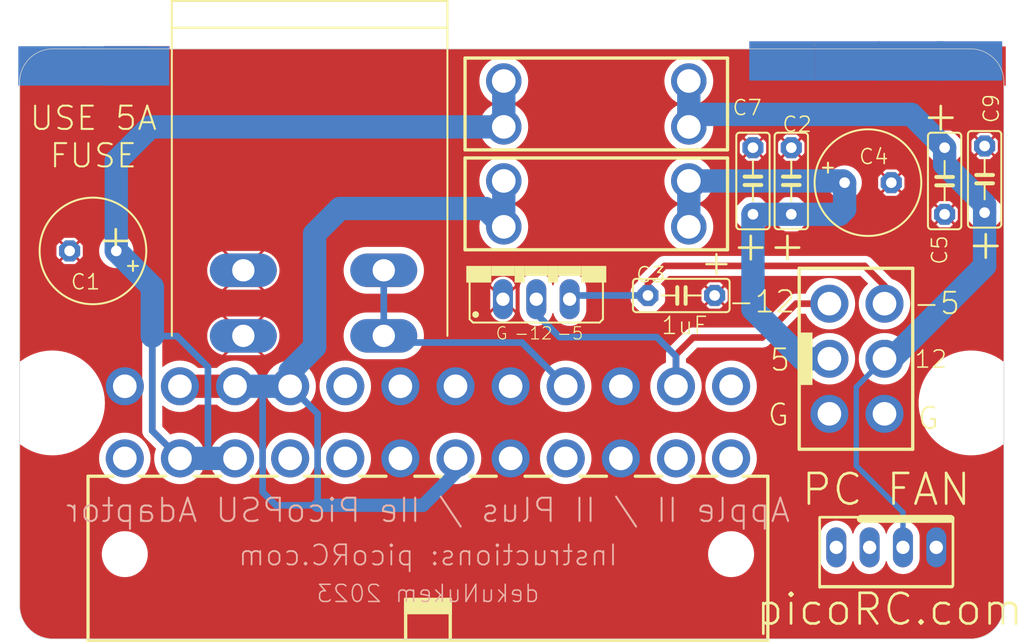
<source format=kicad_pcb>
(kicad_pcb (version 20221018) (generator pcbnew)
  (layers (0 "F.Cu" signal) (31 "B.Cu" signal) (34 "B.Paste" user) (35 "F.Paste" user) (36 "B.SilkS" user "B.Silkscreen") (37 "F.SilkS" user "F.Silkscreen") (38 "B.Mask" user) (39 "F.Mask" user) (44 "Edge.Cuts" user))
  (net 0 "")
  (net 1 "GND")
  (net 2 "+5V")
  (net 3 "-12V")
  (net 4 "N$6")
  (net 5 "N$8")
  (net 6 "+12V")
  (net 7 "N$5")
  (net 8 "-5V")
  (footprint "appleii:EDGEPAD" (layer "F.Cu") (at 173.9931 83.8156 90)
    (fp_text reference "U$11" hide)
    (fp_text value "EDGEPAD" hide)
    (pad "P$1" smd rect (at 0 0 90) (size 3 5) (layers "F.Cu" "F.Mask") (net 1 "GND"))
  )
  (footprint "appleii:ATX24_RIGHT_ANGLE" (layer "F.Cu") (at 142.1161 118.4946)
    (fp_text reference "J1" hide)
    (fp_text value "ATX24RH" hide)
    (fp_line (start -25.9 -3.4) (end -25.9 9.14) (stroke (width 0.254)) (layer "F.SilkS"))
    (fp_line (start -25.9 -3.4) (end -24 -3.4) (stroke (width 0.254)) (layer "F.SilkS"))
    (fp_line (start -25.9 9.14) (end 25.9 9.14) (stroke (width 0.254)) (layer "F.SilkS"))
    (fp_line (start -20 -3.4) (end -22 -3.4) (stroke (width 0.254)) (layer "F.SilkS"))
    (fp_line (start -15.8 -3.4) (end -17.8 -3.4) (stroke (width 0.254)) (layer "F.SilkS"))
    (fp_line (start -11.5 -3.4) (end -13.5 -3.4) (stroke (width 0.254)) (layer "F.SilkS"))
    (fp_line (start -7.4 -3.4) (end -9.4 -3.4) (stroke (width 0.254)) (layer "F.SilkS"))
    (fp_line (start -3.2 -3.4) (end -5.2 -3.4) (stroke (width 0.254)) (layer "F.SilkS"))
    (fp_line (start -1.7 6) (end 1.7 6) (stroke (width 0.254)) (layer "F.SilkS"))
    (fp_line (start -1.7 9) (end -1.7 6) (stroke (width 0.254)) (layer "F.SilkS"))
    (fp_line (start 1 -3.4) (end -1 -3.4) (stroke (width 0.254)) (layer "F.SilkS"))
    (fp_line (start 1.7 6) (end 1.7 9) (stroke (width 0.254)) (layer "F.SilkS"))
    (fp_line (start 5.2 -3.4) (end 3.2 -3.4) (stroke (width 0.254)) (layer "F.SilkS"))
    (fp_line (start 9.4 -3.4) (end 7.4 -3.4) (stroke (width 0.254)) (layer "F.SilkS"))
    (fp_line (start 13.6 -3.4) (end 11.6 -3.4) (stroke (width 0.254)) (layer "F.SilkS"))
    (fp_line (start 17.8 -3.4) (end 15.8 -3.4) (stroke (width 0.254)) (layer "F.SilkS"))
    (fp_line (start 22 -3.4) (end 20 -3.4) (stroke (width 0.254)) (layer "F.SilkS"))
    (fp_line (start 25.9 -3.4) (end 24 -3.4) (stroke (width 0.254)) (layer "F.SilkS"))
    (fp_line (start 25.9 9.14) (end 25.9 -3.4) (stroke (width 0.254)) (layer "F.SilkS"))
    (fp_poly (pts (xy 1.827 7.127) (xy -1.827 7.127) (xy -1.827 5.873) (xy 1.827 5.873)) (fill solid) (layer "F.SilkS"))
    (pad "" np_thru_hole circle (at -23.1 2.54) (size 3 3) (drill 3) (layers "*.Cu" "*.Mask"))
    (pad "" np_thru_hole circle (at 23.1 2.54) (size 3 3) (drill 3) (layers "*.Cu" "*.Mask"))
    (pad "1" thru_hole circle (at 23.1 -4.76 180) (size 2.9 2.9) (drill 1.8) (layers "*.Cu" "*.Mask"))
    (pad "2" thru_hole circle (at 18.9 -4.76 180) (size 2.9 2.9) (drill 1.8) (layers "*.Cu" "*.Mask"))
    (pad "3" thru_hole circle (at 14.7 -4.76 180) (size 2.9 2.9) (drill 1.8) (layers "*.Cu" "*.Mask") (net 1 "GND"))
    (pad "4" thru_hole circle (at 10.5 -4.76 180) (size 2.9 2.9) (drill 1.8) (layers "*.Cu" "*.Mask"))
    (pad "5" thru_hole circle (at 6.3 -4.76 180) (size 2.9 2.9) (drill 1.8) (layers "*.Cu" "*.Mask") (net 1 "GND"))
    (pad "6" thru_hole circle (at 2.1 -4.76 180) (size 2.9 2.9) (drill 1.8) (layers "*.Cu" "*.Mask") (net 4 "N$6"))
    (pad "7" thru_hole circle (at -2.1 -4.76 180) (size 2.9 2.9) (drill 1.8) (layers "*.Cu" "*.Mask") (net 1 "GND"))
    (pad "8" thru_hole circle (at -6.3 -4.76 180) (size 2.9 2.9) (drill 1.8) (layers "*.Cu" "*.Mask"))
    (pad "9" thru_hole circle (at -10.5 -4.76 180) (size 2.9 2.9) (drill 1.8) (layers "*.Cu" "*.Mask"))
    (pad "10" thru_hole circle (at -14.7 -4.76 180) (size 2.9 2.9) (drill 1.8) (layers "*.Cu" "*.Mask") (net 5 "N$8"))
    (pad "11" thru_hole circle (at -18.9 -4.76 180) (size 2.9 2.9) (drill 1.8) (layers "*.Cu" "*.Mask") (net 5 "N$8"))
    (pad "12" thru_hole circle (at -23.1 -4.76 180) (size 2.9 2.9) (drill 1.8) (layers "*.Cu" "*.Mask"))
    (pad "13" thru_hole circle (at 23.1 -10.26 180) (size 2.9 2.9) (drill 1.8) (layers "*.Cu" "*.Mask"))
    (pad "14" thru_hole circle (at 18.9 -10.26 180) (size 2.9 2.9) (drill 1.8) (layers "*.Cu" "*.Mask") (net 3 "-12V"))
    (pad "15" thru_hole circle (at 14.7 -10.26 180) (size 2.9 2.9) (drill 1.8) (layers "*.Cu" "*.Mask") (net 1 "GND"))
    (pad "16" thru_hole circle (at 10.5 -10.26 180) (size 2.9 2.9) (drill 1.8) (layers "*.Cu" "*.Mask") (net 7 "N$5"))
    (pad "17" thru_hole circle (at 6.3 -10.26 180) (size 2.9 2.9) (drill 1.8) (layers "*.Cu" "*.Mask") (net 1 "GND"))
    (pad "18" thru_hole circle (at 2.1 -10.26 180) (size 2.9 2.9) (drill 1.8) (layers "*.Cu" "*.Mask") (net 1 "GND"))
    (pad "19" thru_hole circle (at -2.1 -10.26 180) (size 2.9 2.9) (drill 1.8) (layers "*.Cu" "*.Mask") (net 1 "GND"))
    (pad "20" thru_hole circle (at -6.3 -10.26 180) (size 2.9 2.9) (drill 1.8) (layers "*.Cu" "*.Mask"))
    (pad "21" thru_hole circle (at -10.5 -10.26 180) (size 2.9 2.9) (drill 1.8) (layers "*.Cu" "*.Mask") (net 4 "N$6"))
    (pad "22" thru_hole circle (at -14.7 -10.26 180) (size 2.9 2.9) (drill 1.8) (layers "*.Cu" "*.Mask") (net 4 "N$6"))
    (pad "23" thru_hole circle (at -18.9 -10.26 180) (size 2.9 2.9) (drill 1.8) (layers "*.Cu" "*.Mask") (net 4 "N$6"))
    (pad "24" thru_hole circle (at -23.1 -10.26 180) (size 2.9 2.9) (drill 1.8) (layers "*.Cu" "*.Mask") (net 1 "GND"))
  )
  (footprint "appleii:EDGEPAD" (layer "F.Cu") (at 183.6451 83.8156 90)
    (fp_text reference "U$13" hide)
    (fp_text value "EDGEPAD" hide)
    (pad "P$1" smd rect (at 0 0 90) (size 3 5) (layers "F.Cu" "F.Mask") (net 1 "GND"))
  )
  (footprint "appleii:C5B2.5" (layer "F.Cu") (at 184.5341 92.4516 90)
    (fp_text reference "C9" (at 4.191 0.508 90) (layer "F.SilkS") (effects (font (size 1.1557 1.1557) (thickness 0.1143)) (justify left)))
    (fp_text value "")
    (fp_line (start -3.683 -1.016) (end -3.683 1.016) (stroke (width 0.1524)) (layer "F.SilkS"))
    (fp_line (start -3.429 1.27) (end 3.429 1.27) (stroke (width 0.1524)) (layer "F.SilkS"))
    (fp_line (start -0.3048 -0.635) (end -0.3048 0) (stroke (width 0.3048)) (layer "F.SilkS"))
    (fp_line (start -0.3048 0) (end -1.524 0) (stroke (width 0.1524)) (layer "F.SilkS"))
    (fp_line (start -0.3048 0) (end -0.3048 0.635) (stroke (width 0.3048)) (layer "F.SilkS"))
    (fp_line (start 0.3302 -0.635) (end 0.3302 0) (stroke (width 0.3048)) (layer "F.SilkS"))
    (fp_line (start 0.3302 0) (end 0.3302 0.635) (stroke (width 0.3048)) (layer "F.SilkS"))
    (fp_line (start 0.3302 0) (end 1.524 0) (stroke (width 0.1524)) (layer "F.SilkS"))
    (fp_line (start 3.429 -1.27) (end -3.429 -1.27) (stroke (width 0.1524)) (layer "F.SilkS"))
    (fp_line (start 3.683 1.016) (end 3.683 -1.016) (stroke (width 0.1524)) (layer "F.SilkS"))
    (fp_arc (start -3.683 -1.016) (mid -3.608605 -1.195605) (end -3.429 -1.27) (stroke (width 0.1524)) (layer "F.SilkS"))
    (fp_arc (start -3.429 1.27) (mid -3.608605 1.195605) (end -3.683 1.016) (stroke (width 0.1524)) (layer "F.SilkS"))
    (fp_arc (start 3.429 -1.27) (mid 3.608605 -1.195605) (end 3.683 -1.016) (stroke (width 0.1524)) (layer "F.SilkS"))
    (fp_arc (start 3.683 1.016) (mid 3.608605 1.195605) (end 3.429 1.27) (stroke (width 0.1524)) (layer "F.SilkS"))
    (pad "1" thru_hole roundrect (at -2.54 0 90) (size 1.6002 1.6002) (drill 0.8128) (layers "*.Cu" "*.Mask") (chamfer_ratio 0.2928932188) (chamfer top_left top_right bottom_left bottom_right) (net 6 "+12V"))
    (pad "2" thru_hole roundrect (at 2.54 0 90) (size 1.6002 1.6002) (drill 0.8128) (layers "*.Cu" "*.Mask") (chamfer_ratio 0.2928932188) (chamfer top_left top_right bottom_left bottom_right) (net 1 "GND"))
  )
  (footprint "appleii:C5B2.5" (layer "F.Cu") (at 169.8021 92.5786 90)
    (fp_text reference "C2" (at 4.318 -0.762) (layer "F.SilkS") (effects (font (size 1.1557 1.1557) (thickness 0.1143)) (justify left)))
    (fp_text value "")
    (fp_line (start -3.683 -1.016) (end -3.683 1.016) (stroke (width 0.1524)) (layer "F.SilkS"))
    (fp_line (start -3.429 1.27) (end 3.429 1.27) (stroke (width 0.1524)) (layer "F.SilkS"))
    (fp_line (start -0.3048 -0.635) (end -0.3048 0) (stroke (width 0.3048)) (layer "F.SilkS"))
    (fp_line (start -0.3048 0) (end -1.524 0) (stroke (width 0.1524)) (layer "F.SilkS"))
    (fp_line (start -0.3048 0) (end -0.3048 0.635) (stroke (width 0.3048)) (layer "F.SilkS"))
    (fp_line (start 0.3302 -0.635) (end 0.3302 0) (stroke (width 0.3048)) (layer "F.SilkS"))
    (fp_line (start 0.3302 0) (end 0.3302 0.635) (stroke (width 0.3048)) (layer "F.SilkS"))
    (fp_line (start 0.3302 0) (end 1.524 0) (stroke (width 0.1524)) (layer "F.SilkS"))
    (fp_line (start 3.429 -1.27) (end -3.429 -1.27) (stroke (width 0.1524)) (layer "F.SilkS"))
    (fp_line (start 3.683 1.016) (end 3.683 -1.016) (stroke (width 0.1524)) (layer "F.SilkS"))
    (fp_arc (start -3.683 -1.016) (mid -3.608605 -1.195605) (end -3.429 -1.27) (stroke (width 0.1524)) (layer "F.SilkS"))
    (fp_arc (start -3.429 1.27) (mid -3.608605 1.195605) (end -3.683 1.016) (stroke (width 0.1524)) (layer "F.SilkS"))
    (fp_arc (start 3.429 -1.27) (mid 3.608605 -1.195605) (end 3.683 -1.016) (stroke (width 0.1524)) (layer "F.SilkS"))
    (fp_arc (start 3.683 1.016) (mid 3.608605 1.195605) (end 3.429 1.27) (stroke (width 0.1524)) (layer "F.SilkS"))
    (pad "1" thru_hole roundrect (at -2.54 0 90) (size 1.6002 1.6002) (drill 0.8128) (layers "*.Cu" "*.Mask") (chamfer_ratio 0.2928932188) (chamfer top_left top_right bottom_left bottom_right) (net 2 "+5V"))
    (pad "2" thru_hole roundrect (at 2.54 0 90) (size 1.6002 1.6002) (drill 0.8128) (layers "*.Cu" "*.Mask") (chamfer_ratio 0.2928932188) (chamfer top_left top_right bottom_left bottom_right) (net 1 "GND"))
  )
  (footprint "appleii:79XXS" (layer "F.Cu") (at 150.3711 99.0556)
    (fp_text reference "IC1" hide)
    (fp_text value "")
    (fp_line (start -5.08 4.064) (end -5.08 1.143) (stroke (width 0.1524)) (layer "F.SilkS"))
    (fp_line (start -5.08 4.064) (end -4.826 4.318) (stroke (width 0.1524)) (layer "F.SilkS"))
    (fp_line (start 4.826 4.318) (end -4.826 4.318) (stroke (width 0.1524)) (layer "F.SilkS"))
    (fp_line (start 4.826 4.318) (end 5.08 4.064) (stroke (width 0.1524)) (layer "F.SilkS"))
    (fp_line (start 5.08 1.143) (end 5.08 4.064) (stroke (width 0.1524)) (layer "F.SilkS"))
    (fp_circle (center -4.6228 3.7084) (end -4.4958 3.7084) (stroke (width 0.254)) (fill solid) (layer "F.SilkS"))
    (fp_poly (pts (xy -5.334 1.27) (xy -3.429 1.27) (xy -3.429 0) (xy -5.334 0)) (fill solid) (layer "F.SilkS"))
    (fp_poly (pts (xy -3.429 0.762) (xy -1.651 0.762) (xy -1.651 0) (xy -3.429 0)) (fill solid) (layer "F.SilkS"))
    (fp_poly (pts (xy -1.651 1.27) (xy -0.889 1.27) (xy -0.889 0) (xy -1.651 0)) (fill solid) (layer "F.SilkS"))
    (fp_poly (pts (xy -0.889 0.762) (xy 0.889 0.762) (xy 0.889 0) (xy -0.889 0)) (fill solid) (layer "F.SilkS"))
    (fp_poly (pts (xy 0.889 1.27) (xy 1.651 1.27) (xy 1.651 0) (xy 0.889 0)) (fill solid) (layer "F.SilkS"))
    (fp_poly (pts (xy 1.651 0.762) (xy 3.429 0.762) (xy 3.429 0) (xy 1.651 0)) (fill solid) (layer "F.SilkS"))
    (fp_poly (pts (xy 3.429 1.27) (xy 5.334 1.27) (xy 5.334 0) (xy 3.429 0)) (fill solid) (layer "F.SilkS"))
    (pad "GND" thru_hole oval (at -2.54 2.54 90) (size 3.048 1.524) (drill 1.016) (layers "*.Cu" "*.Mask") (net 1 "GND"))
    (pad "IN" thru_hole oval (at 0 2.54 90) (size 3.048 1.524) (drill 1.016) (layers "*.Cu" "*.Mask") (net 3 "-12V"))
    (pad "OUT" thru_hole oval (at 2.54 2.54 90) (size 3.048 1.524) (drill 1.016) (layers "*.Cu" "*.Mask") (net 8 "-5V"))
  )
  (footprint "appleii:FUSE_HOLDER_3IN1" (layer "F.Cu") (at 154.9431 86.7046)
    (fp_text reference "U$2" hide)
    (fp_text value "CAR_FUSE_HOLDER3IN1" hide)
    (fp_line (start -10 -3.5) (end 10 -3.5) (stroke (width 0.254)) (layer "F.SilkS"))
    (fp_line (start -10 3.5) (end -10 -3.5) (stroke (width 0.254)) (layer "F.SilkS"))
    (fp_line (start -10 3.5) (end 10 3.5) (stroke (width 0.254)) (layer "F.SilkS"))
    (fp_line (start 10 3.5) (end 10 -3.5) (stroke (width 0.254)) (layer "F.SilkS"))
    (pad "A0" thru_hole circle (at -7.05 -1.75) (size 2.7 2.7) (drill 1.8) (layers "*.Cu" "*.Mask") (net 5 "N$8"))
    (pad "A1" thru_hole circle (at -7.05 1.75) (size 2.7 2.7) (drill 1.8) (layers "*.Cu" "*.Mask") (net 5 "N$8"))
    (pad "B0" thru_hole circle (at 7.05 -1.75) (size 2.7 2.7) (drill 1.8) (layers "*.Cu" "*.Mask") (net 6 "+12V"))
    (pad "B1" thru_hole circle (at 7.05 1.75) (size 2.7 2.7) (drill 1.8) (layers "*.Cu" "*.Mask") (net 6 "+12V"))
  )
  (footprint "appleii:EDGEPAD" (layer "F.Cu") (at 113.5411 83.8156 90)
    (fp_text reference "U$7" hide)
    (fp_text value "EDGEPAD" hide)
    (pad "P$1" smd rect (at 0 0 90) (size 3 5) (layers "F.Cu" "F.Mask") (net 1 "GND"))
  )
  (footprint "appleii:1X04" (layer "F.Cu") (at 177.0411 120.5186 180)
    (fp_text reference "JP3" hide)
    (fp_text value "" hide)
    (fp_line (start -5.08 -2.921) (end -5.08 2.286) (stroke (width 0.2032)) (layer "F.SilkS"))
    (fp_line (start 1.937 2.173) (end -4.888 2.173) (stroke (width 0.6096)) (layer "F.SilkS"))
    (fp_line (start 5 -3) (end -5 -3) (stroke (width 0.254)) (layer "F.SilkS"))
    (fp_line (start 5 2.3) (end 2.239 2.3) (stroke (width 0.2032)) (layer "F.SilkS"))
    (fp_line (start 5.08 -3.048) (end 5.08 2.286) (stroke (width 0.2032)) (layer "F.SilkS"))
    (pad "1" thru_hole oval (at -3.81 0 270) (size 3.048 1.524) (drill 1.016) (layers "*.Cu" "*.Mask") (net 1 "GND"))
    (pad "2" thru_hole oval (at -1.27 0 270) (size 3.048 1.524) (drill 1.016) (layers "*.Cu" "*.Mask") (net 6 "+12V"))
    (pad "3" thru_hole oval (at 1.27 0 270) (size 3.048 1.524) (drill 1.016) (layers "*.Cu" "*.Mask"))
    (pad "4" thru_hole oval (at 3.81 0 270) (size 3.048 1.524) (drill 1.016) (layers "*.Cu" "*.Mask"))
  )
  (footprint "appleii:EDGEPAD" (layer "F.Cu") (at 118.3671 83.8156 90)
    (fp_text reference "U$8" hide)
    (fp_text value "EDGEPAD" hide)
    (pad "P$1" smd rect (at 0 0 90) (size 3 5) (layers "F.Cu" "F.Mask") (net 1 "GND"))
  )
  (footprint "appleii:M3_MOUNTING_HOLE_PACK" (layer "F.Cu") (at 113.5011 109.5036)
    (fp_text reference "U$5" hide)
    (fp_text value "M3_MOUNTING_HOLE" hide)
    (pad "" np_thru_hole circle (at 0 0) (size 3.2 3.2) (drill 3.2) (layers "*.Cu" "*.Mask"))
    (zone (net 0) (net_name "") (layer "F.Cu") (connect_pads (clearance 0)) (min_thickness 0.25)
      (keepout (tracks not_allowed) (vias not_allowed) (pads not_allowed) (copperpour not_allowed) (footprints allowed))
      (fill (thermal_gap 0.5) (thermal_bridge_width 0.5))
      (polygon (pts (xy 115.5011 109.5036) (xy 115.480743 109.21897) (xy 115.420086 108.940135) (xy 115.320364 108.67277) (xy 115.183607 108.422318) (xy 115.012599 108.193879) (xy 114.810821 107.992101) (xy 114.582382 107.821093) (xy 114.33193 107.684336) (xy 114.064565 107.584614) (xy 113.78573 107.523957) (xy 113.5011 107.5036) (xy 113.21647 107.523957) (xy 112.937635 107.584614) (xy 112.67027 107.684336) (xy 112.419818 107.821093) (xy 112.191379 107.992101) (xy 111.989601 108.193879) (xy 111.818593 108.422318) (xy 111.681836 108.67277) (xy 111.582114 108.940135) (xy 111.521457 109.21897) (xy 111.5011 109.5036) (xy 111.521457 109.78823) (xy 111.582114 110.067065) (xy 111.681836 110.33443) (xy 111.818593 110.584882) (xy 111.989601 110.813321) (xy 112.191379 111.015099) (xy 112.419818 111.186107) (xy 112.67027 111.322864) (xy 112.937635 111.422586) (xy 113.21647 111.483243) (xy 113.5011 111.5036) (xy 113.78573 111.483243) (xy 114.064565 111.422586) (xy 114.33193 111.322864) (xy 114.582382 111.186107) (xy 114.810821 111.015099) (xy 115.012599 110.813321) (xy 115.183607 110.584882) (xy 115.320364 110.33443) (xy 115.420086 110.067065) (xy 115.480743 109.78823)))
    )
  )
  (footprint "appleii:C5B2.5" (layer "F.Cu") (at 161.4201 101.3096)
    (fp_text reference "C3" (at -3.525188 -1.576603) (layer "F.SilkS") (effects (font (size 1.1557 1.1557) (thickness 0.1143)) (justify left)))
    (fp_text value "")
    (fp_line (start -3.683 -1.016) (end -3.683 1.016) (stroke (width 0.1524)) (layer "F.SilkS"))
    (fp_line (start -3.429 1.27) (end 3.429 1.27) (stroke (width 0.1524)) (layer "F.SilkS"))
    (fp_line (start -0.3048 -0.635) (end -0.3048 0) (stroke (width 0.3048)) (layer "F.SilkS"))
    (fp_line (start -0.3048 0) (end -1.524 0) (stroke (width 0.1524)) (layer "F.SilkS"))
    (fp_line (start -0.3048 0) (end -0.3048 0.635) (stroke (width 0.3048)) (layer "F.SilkS"))
    (fp_line (start 0.3302 -0.635) (end 0.3302 0) (stroke (width 0.3048)) (layer "F.SilkS"))
    (fp_line (start 0.3302 0) (end 0.3302 0.635) (stroke (width 0.3048)) (layer "F.SilkS"))
    (fp_line (start 0.3302 0) (end 1.524 0) (stroke (width 0.1524)) (layer "F.SilkS"))
    (fp_line (start 3.429 -1.27) (end -3.429 -1.27) (stroke (width 0.1524)) (layer "F.SilkS"))
    (fp_line (start 3.683 1.016) (end 3.683 -1.016) (stroke (width 0.1524)) (layer "F.SilkS"))
    (fp_arc (start -3.683 -1.016) (mid -3.608605 -1.195605) (end -3.429 -1.27) (stroke (width 0.1524)) (layer "F.SilkS"))
    (fp_arc (start -3.429 1.27) (mid -3.608605 1.195605) (end -3.683 1.016) (stroke (width 0.1524)) (layer "F.SilkS"))
    (fp_arc (start 3.429 -1.27) (mid 3.608605 -1.195605) (end 3.683 -1.016) (stroke (width 0.1524)) (layer "F.SilkS"))
    (fp_arc (start 3.683 1.016) (mid 3.608605 1.195605) (end 3.429 1.27) (stroke (width 0.1524)) (layer "F.SilkS"))
    (pad "1" thru_hole roundrect (at -2.54 0) (size 1.6002 1.6002) (drill 0.8128) (layers "*.Cu" "*.Mask") (chamfer_ratio 0.2928932188) (chamfer top_left top_right bottom_left bottom_right) (net 8 "-5V"))
    (pad "2" thru_hole roundrect (at 2.54 0) (size 1.6002 1.6002) (drill 0.8128) (layers "*.Cu" "*.Mask") (chamfer_ratio 0.2928932188) (chamfer top_left top_right bottom_left bottom_right) (net 1 "GND"))
  )
  (footprint "appleii:EDGEPAD" (layer "F.Cu") (at 169.1671 83.8156 90)
    (fp_text reference "U$10" hide)
    (fp_text value "EDGEPAD" hide)
    (pad "P$1" smd rect (at 0 0 90) (size 3 5) (layers "F.Cu" "F.Mask") (net 1 "GND"))
  )
  (footprint "appleii:C5B2.5" (layer "F.Cu") (at 166.8811 92.5786 90)
    (fp_text reference "C7" (at 5.588 0.762) (layer "F.SilkS") (effects (font (size 1.1557 1.1557) (thickness 0.1143)) (justify right)))
    (fp_text value "")
    (fp_line (start -3.683 -1.016) (end -3.683 1.016) (stroke (width 0.1524)) (layer "F.SilkS"))
    (fp_line (start -3.429 1.27) (end 3.429 1.27) (stroke (width 0.1524)) (layer "F.SilkS"))
    (fp_line (start -0.3048 -0.635) (end -0.3048 0) (stroke (width 0.3048)) (layer "F.SilkS"))
    (fp_line (start -0.3048 0) (end -1.524 0) (stroke (width 0.1524)) (layer "F.SilkS"))
    (fp_line (start -0.3048 0) (end -0.3048 0.635) (stroke (width 0.3048)) (layer "F.SilkS"))
    (fp_line (start 0.3302 -0.635) (end 0.3302 0) (stroke (width 0.3048)) (layer "F.SilkS"))
    (fp_line (start 0.3302 0) (end 0.3302 0.635) (stroke (width 0.3048)) (layer "F.SilkS"))
    (fp_line (start 0.3302 0) (end 1.524 0) (stroke (width 0.1524)) (layer "F.SilkS"))
    (fp_line (start 3.429 -1.27) (end -3.429 -1.27) (stroke (width 0.1524)) (layer "F.SilkS"))
    (fp_line (start 3.683 1.016) (end 3.683 -1.016) (stroke (width 0.1524)) (layer "F.SilkS"))
    (fp_arc (start -3.683 -1.016) (mid -3.608605 -1.195605) (end -3.429 -1.27) (stroke (width 0.1524)) (layer "F.SilkS"))
    (fp_arc (start -3.429 1.27) (mid -3.608605 1.195605) (end -3.683 1.016) (stroke (width 0.1524)) (layer "F.SilkS"))
    (fp_arc (start 3.429 -1.27) (mid 3.608605 -1.195605) (end 3.683 -1.016) (stroke (width 0.1524)) (layer "F.SilkS"))
    (fp_arc (start 3.683 1.016) (mid 3.608605 1.195605) (end 3.429 1.27) (stroke (width 0.1524)) (layer "F.SilkS"))
    (pad "1" thru_hole roundrect (at -2.54 0 90) (size 1.6002 1.6002) (drill 0.8128) (layers "*.Cu" "*.Mask") (chamfer_ratio 0.2928932188) (chamfer top_left top_right bottom_left bottom_right) (net 2 "+5V"))
    (pad "2" thru_hole roundrect (at 2.54 0 90) (size 1.6002 1.6002) (drill 0.8128) (layers "*.Cu" "*.Mask") (chamfer_ratio 0.2928932188) (chamfer top_left top_right bottom_left bottom_right) (net 1 "GND"))
  )
  (footprint "appleii:APPLEII" (layer "F.Cu") (at 174.7551 106.1356 -90)
    (fp_text reference "U$6" hide)
    (fp_text value "APPLEII" hide)
    (fp_line (start -6.9 -4.3) (end -6.9 4.35) (stroke (width 0.254)) (layer "F.SilkS"))
    (fp_line (start -6.9 -4.3) (end 6.9 -4.3) (stroke (width 0.254)) (layer "F.SilkS"))
    (fp_line (start -6.9 4.35) (end 6.9 4.35) (stroke (width 0.254)) (layer "F.SilkS"))
    (fp_line (start 6.9 -4.3) (end 6.9 4.35) (stroke (width 0.254)) (layer "F.SilkS"))
    (fp_poly (pts (xy -2 4.336) (xy 2 4.336) (xy 2 3.336) (xy -2 3.336)) (fill solid) (layer "F.SilkS"))
    (pad "1" thru_hole circle (at 4.2 2.05 90) (size 2.9 2.9) (drill 1.8) (layers "*.Cu" "*.Mask") (net 1 "GND"))
    (pad "2" thru_hole circle (at 4.2 -2.15 90) (size 2.9 2.9) (drill 1.8) (layers "*.Cu" "*.Mask") (net 1 "GND"))
    (pad "3" thru_hole circle (at 0 2.05 90) (size 2.9 2.9) (drill 1.8) (layers "*.Cu" "*.Mask") (net 2 "+5V"))
    (pad "4" thru_hole circle (at 0 -2.15 90) (size 2.9 2.9) (drill 1.8) (layers "*.Cu" "*.Mask") (net 6 "+12V"))
    (pad "5" thru_hole circle (at -4.2 2.05 90) (size 2.9 2.9) (drill 1.8) (layers "*.Cu" "*.Mask") (net 3 "-12V"))
    (pad "6" thru_hole circle (at -4.2 -2.15 90) (size 2.9 2.9) (drill 1.8) (layers "*.Cu" "*.Mask") (net 8 "-5V"))
  )
  (footprint "appleii:FUSE_HOLDER_3IN1" (layer "F.Cu") (at 154.9431 94.3246 180)
    (fp_text reference "U$1" hide)
    (fp_text value "CAR_FUSE_HOLDER3IN1" hide)
    (fp_line (start -10 -3.5) (end 10 -3.5) (stroke (width 0.254)) (layer "F.SilkS"))
    (fp_line (start -10 3.5) (end -10 -3.5) (stroke (width 0.254)) (layer "F.SilkS"))
    (fp_line (start -10 3.5) (end 10 3.5) (stroke (width 0.254)) (layer "F.SilkS"))
    (fp_line (start 10 3.5) (end 10 -3.5) (stroke (width 0.254)) (layer "F.SilkS"))
    (pad "A0" thru_hole circle (at -7.05 -1.75 180) (size 2.7 2.7) (drill 1.8) (layers "*.Cu" "*.Mask") (net 2 "+5V"))
    (pad "A1" thru_hole circle (at -7.05 1.75 180) (size 2.7 2.7) (drill 1.8) (layers "*.Cu" "*.Mask") (net 2 "+5V"))
    (pad "B0" thru_hole circle (at 7.05 -1.75 180) (size 2.7 2.7) (drill 1.8) (layers "*.Cu" "*.Mask") (net 4 "N$6"))
    (pad "B1" thru_hole circle (at 7.05 1.75 180) (size 2.7 2.7) (drill 1.8) (layers "*.Cu" "*.Mask") (net 4 "N$6"))
  )
  (footprint "appleii:M3_MOUNTING_HOLE_PACK" (layer "F.Cu") (at 183.5011 109.5036)
    (fp_text reference "U$4" hide)
    (fp_text value "M3_MOUNTING_HOLE" hide)
    (pad "" np_thru_hole circle (at 0 0) (size 3.2 3.2) (drill 3.2) (layers "*.Cu" "*.Mask"))
    (zone (net 0) (net_name "") (layer "F.Cu") (connect_pads (clearance 0)) (min_thickness 0.25)
      (keepout (tracks not_allowed) (vias not_allowed) (pads not_allowed) (copperpour not_allowed) (footprints allowed))
      (fill (thermal_gap 0.5) (thermal_bridge_width 0.5))
      (polygon (pts (xy 185.5011 109.5036) (xy 185.480743 109.21897) (xy 185.420086 108.940135) (xy 185.320364 108.67277) (xy 185.183607 108.422318) (xy 185.012599 108.193879) (xy 184.810821 107.992101) (xy 184.582382 107.821093) (xy 184.33193 107.684336) (xy 184.064565 107.584614) (xy 183.78573 107.523957) (xy 183.5011 107.5036) (xy 183.21647 107.523957) (xy 182.937635 107.584614) (xy 182.67027 107.684336) (xy 182.419818 107.821093) (xy 182.191379 107.992101) (xy 181.989601 108.193879) (xy 181.818593 108.422318) (xy 181.681836 108.67277) (xy 181.582114 108.940135) (xy 181.521457 109.21897) (xy 181.5011 109.5036) (xy 181.521457 109.78823) (xy 181.582114 110.067065) (xy 181.681836 110.33443) (xy 181.818593 110.584882) (xy 181.989601 110.813321) (xy 182.191379 111.015099) (xy 182.419818 111.186107) (xy 182.67027 111.322864) (xy 182.937635 111.422586) (xy 183.21647 111.483243) (xy 183.5011 111.5036) (xy 183.78573 111.483243) (xy 184.064565 111.422586) (xy 184.33193 111.322864) (xy 184.582382 111.186107) (xy 184.810821 111.015099) (xy 185.012599 110.813321) (xy 185.183607 110.584882) (xy 185.320364 110.33443) (xy 185.420086 110.067065) (xy 185.480743 109.78823)))
    )
  )
  (footprint "appleii:ROCK_SWITCH" (layer "F.Cu") (at 133.0991 104.3896)
    (fp_text reference "U$3" hide)
    (fp_text value "ROCK_SW" hide)
    (fp_line (start -10.5156 -25.5364) (end 10.5156 -25.5364) (stroke (width 0.1524)) (layer "F.SilkS"))
    (fp_line (start -10.5156 -23.5) (end 10.5156 -23.5) (stroke (width 0.1524)) (layer "F.SilkS"))
    (fp_line (start -10.5 0) (end -10.5 -25.5) (stroke (width 0.1524)) (layer "F.SilkS"))
    (fp_line (start 10.5 0) (end 10.5 -25.5) (stroke (width 0.1524)) (layer "F.SilkS"))
    (pad "P$1" thru_hole oval (at -5.05 0) (size 5.1 2.55) (drill 1.7) (layers "*.Cu" "*.Mask") (net 1 "GND"))
    (pad "P$2" thru_hole oval (at 5.65 0) (size 5.1 2.55) (drill 1.7) (layers "*.Cu" "*.Mask") (net 7 "N$5"))
    (pad "P$3" thru_hole oval (at -5.05 -5) (size 5.1 2.55) (drill 1.7) (layers "*.Cu" "*.Mask") (net 1 "GND"))
    (pad "P$4" thru_hole oval (at 5.65 -5) (size 5.1 2.55) (drill 1.7) (layers "*.Cu" "*.Mask") (net 7 "N$5"))
  )
  (footprint "appleii:EDGEPAD" (layer "F.Cu") (at 119.9291 83.7976 -90)
    (fp_text reference "U$9" hide)
    (fp_text value "EDGEPAD" hide)
    (pad "P$1" smd rect (at 0 0 270) (size 3 5) (layers "F.Cu" "F.Mask") (net 1 "GND"))
  )
  (footprint "appleii:C5B2.5" (layer "F.Cu") (at 181.4861 92.5786 -90)
    (fp_text reference "C5" (at 4.064 0.381 90) (layer "F.SilkS") (effects (font (size 1.1557 1.1557) (thickness 0.1143)) (justify right)))
    (fp_text value "")
    (fp_line (start -3.683 -1.016) (end -3.683 1.016) (stroke (width 0.1524)) (layer "F.SilkS"))
    (fp_line (start -3.429 1.27) (end 3.429 1.27) (stroke (width 0.1524)) (layer "F.SilkS"))
    (fp_line (start -0.3048 -0.635) (end -0.3048 0) (stroke (width 0.3048)) (layer "F.SilkS"))
    (fp_line (start -0.3048 0) (end -1.524 0) (stroke (width 0.1524)) (layer "F.SilkS"))
    (fp_line (start -0.3048 0) (end -0.3048 0.635) (stroke (width 0.3048)) (layer "F.SilkS"))
    (fp_line (start 0.3302 -0.635) (end 0.3302 0) (stroke (width 0.3048)) (layer "F.SilkS"))
    (fp_line (start 0.3302 0) (end 0.3302 0.635) (stroke (width 0.3048)) (layer "F.SilkS"))
    (fp_line (start 0.3302 0) (end 1.524 0) (stroke (width 0.1524)) (layer "F.SilkS"))
    (fp_line (start 3.429 -1.27) (end -3.429 -1.27) (stroke (width 0.1524)) (layer "F.SilkS"))
    (fp_line (start 3.683 1.016) (end 3.683 -1.016) (stroke (width 0.1524)) (layer "F.SilkS"))
    (fp_arc (start -3.683 -1.016) (mid -3.608605 -1.195605) (end -3.429 -1.27) (stroke (width 0.1524)) (layer "F.SilkS"))
    (fp_arc (start -3.429 1.27) (mid -3.608605 1.195605) (end -3.683 1.016) (stroke (width 0.1524)) (layer "F.SilkS"))
    (fp_arc (start 3.429 -1.27) (mid 3.608605 -1.195605) (end 3.683 -1.016) (stroke (width 0.1524)) (layer "F.SilkS"))
    (fp_arc (start 3.683 1.016) (mid 3.608605 1.195605) (end 3.429 1.27) (stroke (width 0.1524)) (layer "F.SilkS"))
    (pad "1" thru_hole roundrect (at -2.54 0 270) (size 1.6002 1.6002) (drill 0.8128) (layers "*.Cu" "*.Mask") (chamfer_ratio 0.2928932188) (chamfer top_left top_right bottom_left bottom_right) (net 6 "+12V"))
    (pad "2" thru_hole roundrect (at 2.54 0 270) (size 1.6002 1.6002) (drill 0.8128) (layers "*.Cu" "*.Mask") (chamfer_ratio 0.2928932188) (chamfer top_left top_right bottom_left bottom_right) (net 1 "GND"))
  )
  (footprint "appleii:EDGEPAD" (layer "F.Cu") (at 178.8191 83.8156 90)
    (fp_text reference "U$12" hide)
    (fp_text value "EDGEPAD" hide)
    (pad "P$1" smd rect (at 0 0 90) (size 3 5) (layers "F.Cu" "F.Mask") (net 1 "GND"))
  )
  (footprint "appleii:E3,5-8" (layer "F.Cu") (at 175.6441 92.7056)
    (fp_text reference "C4" (at -0.762 -1.9812) (layer "F.SilkS") (effects (font (size 1.1557 1.1557) (thickness 0.1143)) (justify left)))
    (fp_text value "")
    (fp_line (start -3.429 -1.143) (end -2.667 -1.143) (stroke (width 0.1524)) (layer "F.SilkS"))
    (fp_line (start -3.048 -0.762) (end -3.048 -1.524) (stroke (width 0.1524)) (layer "F.SilkS"))
    (fp_circle (center 0 0) (end 4.064 0) (stroke (width 0.1524)) (fill none) (layer "F.SilkS"))
    (pad "+" thru_hole circle (at -1.778 0) (size 1.6002 1.6002) (drill 0.8128) (layers "*.Cu" "*.Mask") (net 2 "+5V"))
    (pad "-" thru_hole roundrect (at 1.778 0) (size 1.6002 1.6002) (drill 0.8128) (layers "*.Cu" "*.Mask") (chamfer_ratio 0.2928932188) (chamfer top_left top_right bottom_left bottom_right) (net 1 "GND"))
  )
  (footprint "appleii:E3,5-8" (layer "F.Cu") (at 116.5891 97.9126 180)
    (fp_text reference "C1" (at -0.635 -2.3622) (layer "F.SilkS") (effects (font (size 1.1557 1.1557) (thickness 0.1143)) (justify right)))
    (fp_text value "")
    (fp_line (start -3.429 -1.143) (end -2.667 -1.143) (stroke (width 0.1524)) (layer "F.SilkS"))
    (fp_line (start -3.048 -0.762) (end -3.048 -1.524) (stroke (width 0.1524)) (layer "F.SilkS"))
    (fp_circle (center 0 0) (end 4.064 0) (stroke (width 0.1524)) (fill none) (layer "F.SilkS"))
    (pad "+" thru_hole circle (at -1.778 0 180) (size 1.6002 1.6002) (drill 0.8128) (layers "*.Cu" "*.Mask") (net 5 "N$8"))
    (pad "-" thru_hole roundrect (at 1.778 0 180) (size 1.6002 1.6002) (drill 0.8128) (layers "*.Cu" "*.Mask") (chamfer_ratio 0.2928932188) (chamfer top_left top_right bottom_left bottom_right) (net 1 "GND"))
  )
  (footprint "appleii:EDGEPAD" (layer "B.Cu") (at 174.1011 83.4226 -90)
    (fp_text reference "U$18" hide)
    (fp_text value "EDGEPAD" hide)
    (pad "P$1" smd rect (at 0 0 270) (size 3 5) (layers "B.Cu" "B.Mask") (net 1 "GND"))
  )
  (footprint "appleii:EDGEPAD" (layer "B.Cu") (at 119.9011 83.8036 -90)
    (fp_text reference "U$16" hide)
    (fp_text value "EDGEPAD" hide)
    (pad "P$1" smd rect (at 0 0 270) (size 3 5) (layers "B.Cu" "B.Mask") (net 1 "GND"))
  )
  (footprint "appleii:EDGEPAD" (layer "B.Cu") (at 169.1011 83.4226 -90)
    (fp_text reference "U$17" hide)
    (fp_text value "EDGEPAD" hide)
    (pad "P$1" smd rect (at 0 0 270) (size 3 5) (layers "B.Cu" "B.Mask") (net 1 "GND"))
  )
  (footprint "appleii:EDGEPAD" (layer "B.Cu") (at 178.9011 83.4226 -90)
    (fp_text reference "U$19" hide)
    (fp_text value "EDGEPAD" hide)
    (pad "P$1" smd rect (at 0 0 270) (size 3 5) (layers "B.Cu" "B.Mask") (net 1 "GND"))
  )
  (footprint "appleii:EDGEPAD" (layer "B.Cu") (at 118.3011 83.8036 -90)
    (fp_text reference "U$15" hide)
    (fp_text value "EDGEPAD" hide)
    (pad "P$1" smd rect (at 0 0 270) (size 3 5) (layers "B.Cu" "B.Mask") (net 1 "GND"))
  )
  (footprint "appleii:EDGEPAD" (layer "B.Cu") (at 183.3741 83.4226 -90)
    (fp_text reference "U$20" hide)
    (fp_text value "EDGEPAD" hide)
    (pad "P$1" smd rect (at 0 0 270) (size 3 5) (layers "B.Cu" "B.Mask") (net 1 "GND"))
  )
  (footprint "appleii:EDGEPAD" (layer "B.Cu") (at 113.4011 83.8036 -90)
    (fp_text reference "U$14" hide)
    (fp_text value "EDGEPAD" hide)
    (pad "P$1" smd rect (at 0 0 270) (size 3 5) (layers "B.Cu" "B.Mask") (net 1 "GND"))
  )
  (gr_line (start 186.0011 124.9636) (end 186.0011 85.0436) (stroke (width 0.05)) (layer "Edge.Cuts"))
  (gr_arc (start 113.5411 127.5036) (mid 111.745049 126.759651) (end 111.0011 124.9636) (stroke (width 0.05)) (layer "Edge.Cuts"))
  (gr_arc (start 186.0011 124.9636) (mid 185.257151 126.759651) (end 183.4611 127.5036) (stroke (width 0.05)) (layer "Edge.Cuts"))
  (gr_line (start 113.5411 127.5036) (end 183.4611 127.5036) (stroke (width 0.05)) (layer "Edge.Cuts"))
  (gr_arc (start 183.4611 82.5036) (mid 185.257151 83.247549) (end 186.0011 85.0436) (stroke (width 0.05)) (layer "Edge.Cuts"))
  (gr_arc (start 111.0011 85.0436) (mid 111.745049 83.247549) (end 113.5411 82.5036) (stroke (width 0.05)) (layer "Edge.Cuts"))
  (gr_line (start 183.4611 82.5036) (end 113.5411 82.5036) (stroke (width 0.05)) (layer "Edge.Cuts"))
  (gr_line (start 111.0011 85.0436) (end 111.0011 124.9636) (stroke (width 0.05)) (layer "Edge.Cuts"))
  (gr_text "Apple II / II Plus / IIe PicoPSU Adaptor" (at 142.1161 117.6926) (layer "B.SilkS") (effects (font (size 1.775968 1.775968) (thickness 0.154432)) (justify mirror)))
  (gr_text "Instructions: picoRC.com" (at 142.1161 121.1216) (layer "B.SilkS") (effects (font (size 1.542288 1.542288) (thickness 0.134112)) (justify mirror)))
  (gr_text "dekuNukem 2023" (at 142.1161 124.0426) (layer "B.SilkS") (effects (font (size 1.308608 1.308608) (thickness 0.113792)) (justify mirror)))
  (gr_text "-5" (at 152.9431 104.1964) (layer "F.SilkS") (effects (font (size 0.93472 0.93472) (thickness 0.08128))))
  (gr_text "12" (at 180.4381 106.1698) (layer "F.SilkS") (effects (font (size 1.308608 1.308608) (thickness 0.113792))))
  (gr_text "+" (at 118.1473 97.1506 90) (layer "F.SilkS") (effects (font (size 2.3368 2.3368) (thickness 0.2032))))
  (gr_text "-12" (at 150.1491 104.1964) (layer "F.SilkS") (effects (font (size 0.93472 0.93472) (thickness 0.08128))))
  (gr_text "+" (at 164.0971 98.7686) (layer "F.SilkS") (effects (font (size 2.009648 2.009648) (thickness 0.174752))))
  (gr_text "-5" (at 180.8831 101.9104) (layer "F.SilkS") (effects (font (size 1.63576 1.63576) (thickness 0.14224))))
  (gr_text "picoRC.com" (at 177.2951 125.2496) (layer "F.SilkS") (effects (font (size 2.3368 2.3368) (thickness 0.2032))))
  (gr_text "+" (at 184.4413 97.5316 90) (layer "F.SilkS") (effects (font (size 2.3368 2.3368) (thickness 0.2032))))
  (gr_text "1uF" (at 161.6751 103.6056) (layer "F.SilkS") (effects (font (size 1.308608 1.308608) (thickness 0.113792))))
  (gr_text "PC FAN" (at 177.0411 116.1078) (layer "F.SilkS") (effects (font (size 2.3368 2.3368) (thickness 0.2032))))
  (gr_text "G" (at 168.8181 110.4194) (layer "F.SilkS") (effects (font (size 1.63576 1.63576) (thickness 0.14224))))
  (gr_text "5" (at 168.9451 106.2284) (layer "F.SilkS") (effects (font (size 1.63576 1.63576) (thickness 0.14224))))
  (gr_text "-12" (at 167.5481 101.7834) (layer "F.SilkS") (effects (font (size 1.63576 1.63576) (thickness 0.14224))))
  (gr_text "+" (at 166.5343 97.6586 90) (layer "F.SilkS") (effects (font (size 2.3368 2.3368) (thickness 0.2032))))
  (gr_text "+" (at 181.0123 87.7526 90) (layer "F.SilkS") (effects (font (size 2.3368 2.3368) (thickness 0.2032))))
  (gr_text "USE 5A\nFUSE" (at 116.6211 89.2236) (layer "F.SilkS") (effects (font (size 1.775968 1.775968) (thickness 0.154432))))
  (gr_text "G" (at 147.7361 104.1964) (layer "F.SilkS") (effects (font (size 0.93472 0.93472) (thickness 0.08128))))
  (gr_text "+" (at 169.3283 97.6586 90) (layer "F.SilkS") (effects (font (size 2.3368 2.3368) (thickness 0.2032))))
  (gr_text "G" (at 180.2481 110.6734) (layer "F.SilkS") (effects (font (size 1.63576 1.63576) (thickness 0.14224))))
  (segment (start 166.8811 102.3576) (end 170.6591 106.1356) (width 1.778) (layer "B.Cu") (net 2))
  (segment (start 170.6591 106.1356) (end 172.7051 106.1356) (width 1.778) (layer "B.Cu") (net 2))
  (segment (start 161.9931 92.5746) (end 161.9931 96.0746) (width 1.778) (layer "B.Cu") (net 2))
  (segment (start 166.8811 95.1186) (end 166.8811 102.3576) (width 1.778) (layer "B.Cu") (net 2))
  (segment (start 173.8661 94.7376) (end 173.4851 95.1186) (width 1.778) (layer "B.Cu") (net 2))
  (segment (start 169.8021 95.1186) (end 166.8811 95.1186) (width 1.778) (layer "B.Cu") (net 2))
  (segment (start 173.8661 92.7056) (end 173.8661 94.7376) (width 1.778) (layer "B.Cu") (net 2))
  (segment (start 161.9931 92.5746) (end 173.7351 92.5746) (width 1.778) (layer "B.Cu") (net 2))
  (segment (start 173.4851 95.1186) (end 169.8021 95.1186) (width 1.778) (layer "B.Cu") (net 2))
  (segment (start 173.7351 92.5746) (end 173.8661 92.7056) (width 1.778) (layer "B.Cu") (net 2))
  (segment (start 170.1651 101.9356) (end 172.7051 101.9356) (width 0.508) (layer "F.Cu") (net 3))
  (segment (start 162.3211 104.5166) (end 161.0161 105.8216) (width 0.508) (layer "F.Cu") (net 3))
  (segment (start 170.1651 101.9356) (end 167.5841 104.5166) (width 0.508) (layer "F.Cu") (net 3))
  (segment (start 162.3211 104.5166) (end 167.5841 104.5166) (width 0.508) (layer "F.Cu") (net 3))
  (segment (start 161.0161 108.2346) (end 161.0161 105.8216) (width 0.508) (layer "F.Cu") (net 3))
  (segment (start 161.0161 105.9486) (end 159.5521 104.4846) (width 0.508) (layer "B.Cu") (net 3))
  (segment (start 150.3711 102.7066) (end 152.1491 104.4846) (width 0.508) (layer "B.Cu") (net 3))
  (segment (start 150.3711 101.5956) (end 150.3711 102.7066) (width 0.508) (layer "B.Cu") (net 3))
  (segment (start 161.0161 108.2346) (end 161.0161 105.9486) (width 0.508) (layer "B.Cu") (net 3))
  (segment (start 159.5521 104.4846) (end 152.1491 104.4846) (width 0.508) (layer "B.Cu") (net 3))
  (segment (start 123.2161 108.2346) (end 127.4161 108.2346) (width 1.778) (layer "F.Cu") (net 4))
  (segment (start 129.5177 108.2346) (end 131.6161 108.2346) (width 1.778) (layer "B.Cu") (net 4))
  (segment (start 144.2161 113.7346) (end 144.2161 114.8306) (width 1.016) (layer "B.Cu") (net 4))
  (segment (start 131.6161 108.2346) (end 133.7087 110.3272) (width 0.508) (layer "B.Cu") (net 4))
  (segment (start 141.7351 117.3116) (end 133.7087 117.3116) (width 1.016) (layer "B.Cu") (net 4))
  (segment (start 133.4801 105.2356) (end 131.6161 107.0996) (width 1.778) (layer "B.Cu") (net 4))
  (segment (start 127.4161 108.2346) (end 129.5177 108.2346) (width 1.778) (layer "B.Cu") (net 4))
  (segment (start 144.2161 114.8306) (end 141.7351 117.3116) (width 1.016) (layer "B.Cu") (net 4))
  (segment (start 133.7087 110.3272) (end 133.7087 117.3116) (width 0.508) (layer "B.Cu") (net 4))
  (segment (start 131.6161 108.2346) (end 131.6161 107.0996) (width 1.778) (layer "B.Cu") (net 4))
  (segment (start 133.4801 105.2356) (end 133.4801 96.6106) (width 1.778) (layer "B.Cu") (net 4))
  (segment (start 130.5337 117.3116) (end 129.5177 116.2956) (width 0.508) (layer "B.Cu") (net 4))
  (segment (start 129.5177 116.2956) (end 129.5177 108.2346) (width 0.508) (layer "B.Cu") (net 4))
  (segment (start 133.4801 96.6106) (end 135.4131 94.6776) (width 1.778) (layer "B.Cu") (net 4))
  (segment (start 147.8931 92.5746) (end 147.8931 96.0746) (width 1.778) (layer "B.Cu") (net 4))
  (segment (start 146.4961 94.6776) (end 135.4131 94.6776) (width 1.778) (layer "B.Cu") (net 4))
  (segment (start 146.4961 94.6776) (end 147.8931 96.0746) (width 1.778) (layer "B.Cu") (net 4))
  (segment (start 133.7087 117.3116) (end 130.5337 117.3116) (width 0.508) (layer "B.Cu") (net 4))
  (segment (start 121.1103 100.6558) (end 118.3671 97.9126) (width 0.508) (layer "F.Cu") (net 5))
  (segment (start 121.1103 111.6288) (end 121.1103 100.6558) (width 0.508) (layer "F.Cu") (net 5))
  (segment (start 123.2161 113.7346) (end 121.1103 111.6288) (width 0.508) (layer "F.Cu") (net 5))
  (segment (start 120.9671 88.4546) (end 118.3671 91.0546) (width 1.778) (layer "B.Cu") (net 5))
  (segment (start 121.1103 104.4084) (end 121.1103 100.6558) (width 1.778) (layer "B.Cu") (net 5))
  (segment (start 125.3521 113.7346) (end 125.3521 106.7626) (width 0.508) (layer "B.Cu") (net 5))
  (segment (start 125.3521 113.7346) (end 123.2161 113.7346) (width 1.778) (layer "B.Cu") (net 5))
  (segment (start 125.3521 106.7626) (end 122.9979 104.4084) (width 0.508) (layer "B.Cu") (net 5))
  (segment (start 121.1103 104.4084) (end 121.1103 111.6288) (width 0.508) (layer "B.Cu") (net 5))
  (segment (start 118.3671 91.0546) (end 118.3671 97.9126) (width 1.778) (layer "B.Cu") (net 5))
  (segment (start 147.8931 84.9546) (end 147.8931 88.4546) (width 1.778) (layer "B.Cu") (net 5))
  (segment (start 123.2161 113.7346) (end 121.1103 111.6288) (width 0.508) (layer "B.Cu") (net 5))
  (segment (start 147.8931 88.4546) (end 120.9671 88.4546) (width 1.778) (layer "B.Cu") (net 5))
  (segment (start 121.1103 100.6558) (end 118.3671 97.9126) (width 1.778) (layer "B.Cu") (net 5))
  (segment (start 122.9979 104.4084) (end 121.1103 104.4084) (width 0.508) (layer "B.Cu") (net 5))
  (segment (start 127.4161 113.7346) (end 125.3521 113.7346) (width 1.778) (layer "B.Cu") (net 5))
  (segment (start 184.5341 94.3566) (end 184.5341 94.9916) (width 1.778) (layer "B.Cu") (net 6))
  (segment (start 178.3111 117.8516) (end 178.3111 120.5186) (width 0.4064) (layer "B.Cu") (net 6))
  (segment (start 181.4861 91.3086) (end 184.5341 94.3566) (width 1.778) (layer "B.Cu") (net 6))
  (segment (start 181.4861 90.0386) (end 178.9461 87.4986) (width 1.778) (layer "B.Cu") (net 6))
  (segment (start 161.9931 87.4986) (end 161.9931 88.4546) (width 1.778) (layer "B.Cu") (net 6))
  (segment (start 161.9931 84.9546) (end 161.9931 87.4986) (width 1.778) (layer "B.Cu") (net 6))
  (segment (start 174.7551 114.2956) (end 178.3111 117.8516) (width 0.4064) (layer "B.Cu") (net 6))
  (segment (start 176.9051 106.1356) (end 174.7551 108.2856) (width 0.4064) (layer "B.Cu") (net 6))
  (segment (start 184.5341 99.0556) (end 177.4541 106.1356) (width 1.778) (layer "B.Cu") (net 6))
  (segment (start 181.4861 90.0386) (end 181.4861 91.3086) (width 1.778) (layer "B.Cu") (net 6))
  (segment (start 174.7551 108.2856) (end 174.7551 114.2956) (width 0.4064) (layer "B.Cu") (net 6))
  (segment (start 184.5341 94.9916) (end 184.5341 99.0556) (width 1.778) (layer "B.Cu") (net 6))
  (segment (start 177.4541 106.1356) (end 176.9051 106.1356) (width 1.778) (layer "B.Cu") (net 6))
  (segment (start 178.9461 87.4986) (end 161.9931 87.4986) (width 1.778) (layer "B.Cu") (net 6))
  (segment (start 149.2791 104.8976) (end 139.2571 104.8976) (width 0.508) (layer "B.Cu") (net 7))
  (segment (start 152.6161 108.2346) (end 149.2791 104.8976) (width 0.508) (layer "B.Cu") (net 7))
  (segment (start 138.7491 99.3896) (end 138.7491 104.3896) (width 0.508) (layer "B.Cu") (net 7))
  (segment (start 139.2571 104.8976) (end 138.7491 104.3896) (width 0.508) (layer "B.Cu") (net 7))
  (segment (start 158.8801 101.3096) (end 158.8801 100.3256) (width 0.508) (layer "F.Cu") (net 8))
  (segment (start 158.8801 100.3256) (end 160.1501 99.0556) (width 0.508) (layer "F.Cu") (net 8))
  (segment (start 175.3901 99.0556) (end 176.9051 100.5706) (width 0.508) (layer "F.Cu") (net 8))
  (segment (start 160.1501 99.0556) (end 175.3901 99.0556) (width 0.508) (layer "F.Cu") (net 8))
  (segment (start 176.9051 100.5706) (end 176.9051 101.9356) (width 0.508) (layer "F.Cu") (net 8))
  (segment (start 152.9111 101.5956) (end 153.1971 101.3096) (width 0.508) (layer "B.Cu") (net 8))
  (segment (start 153.1971 101.3096) (end 158.8801 101.3096) (width 0.508) (layer "B.Cu") (net 8))
  (zone (net 1) (net_name "GND") (layer "F.Cu") (priority 6) (connect_pads (clearance 0.508)) (min_thickness 0.0762) (fill yes (thermal_gap 0.2024) (thermal_bridge_width 0.2024))
    (polygon (pts (xy 186.0773 127.6418) (xy 110.9249 127.6418) (xy 110.9249 82.4274) (xy 186.0773 82.4274)))
  )
  (zone (net 0) (net_name "") (layer "F.Cu") (connect_pads (clearance 0)) (min_thickness 0.25)
    (keepout (tracks not_allowed) (vias not_allowed) (pads not_allowed) (copperpour not_allowed) (footprints allowed))
    (fill (thermal_gap 0.5) (thermal_bridge_width 0.5))
    (polygon (pts (xy 187.5011 109.5036) (xy 187.481223 109.105329) (xy 187.42179 108.711015) (xy 187.323391 108.324579) (xy 187.187005 107.949861) (xy 187.013986 107.590584) (xy 186.806055 107.25032) (xy 186.565278 106.93245) (xy 186.294047 106.640133) (xy 185.995059 106.376274) (xy 185.671285 106.143496) (xy 185.325943 105.944113) (xy 184.962464 105.780105) (xy 184.584462 105.653103) (xy 184.195693 105.564369) (xy 183.80002 105.514785) (xy 183.401377 105.504843) (xy 183.003725 105.534643) (xy 182.611016 105.603888) (xy 182.227153 105.711891) (xy 181.855952 105.857577) (xy 181.5011 106.039498) (xy 181.166125 106.255848) (xy 180.854357 106.504475) (xy 180.568893 106.782909) (xy 180.31257 107.088382) (xy 180.087936 107.417859) (xy 179.897225 107.768065) (xy 179.74233 108.135519) (xy 179.624791 108.51657) (xy 179.545777 108.907431) (xy 179.506072 109.304216) (xy 179.506072 109.702984) (xy 179.545777 110.099769) (xy 179.624791 110.49063) (xy 179.74233 110.871681) (xy 179.897225 111.239135) (xy 180.087936 111.589341) (xy 180.31257 111.918818) (xy 180.568893 112.224291) (xy 180.854357 112.502725) (xy 181.166125 112.751352) (xy 181.5011 112.967702) (xy 181.855952 113.149623) (xy 182.227153 113.295309) (xy 182.611016 113.403312) (xy 183.003725 113.472557) (xy 183.401377 113.502357) (xy 183.80002 113.492415) (xy 184.195693 113.442831) (xy 184.584462 113.354097) (xy 184.962464 113.227095) (xy 185.325943 113.063087) (xy 185.671285 112.863704) (xy 185.995059 112.630926) (xy 186.294047 112.367067) (xy 186.565278 112.07475) (xy 186.806055 111.75688) (xy 187.013986 111.416616) (xy 187.187005 111.057339) (xy 187.323391 110.682621) (xy 187.42179 110.296185) (xy 187.481223 109.901871)))
  )
  (zone (net 0) (net_name "") (layer "F.Cu") (connect_pads (clearance 0)) (min_thickness 0.25)
    (keepout (tracks not_allowed) (vias not_allowed) (pads not_allowed) (copperpour not_allowed) (footprints allowed))
    (fill (thermal_gap 0.5) (thermal_bridge_width 0.5))
    (polygon (pts (xy 117.5011 109.5036) (xy 117.481223 109.105329) (xy 117.42179 108.711015) (xy 117.323391 108.324579) (xy 117.187005 107.949861) (xy 117.013986 107.590584) (xy 116.806055 107.25032) (xy 116.565278 106.93245) (xy 116.294047 106.640133) (xy 115.995059 106.376274) (xy 115.671285 106.143496) (xy 115.325943 105.944113) (xy 114.962464 105.780105) (xy 114.584462 105.653103) (xy 114.195693 105.564369) (xy 113.80002 105.514785) (xy 113.401377 105.504843) (xy 113.003725 105.534643) (xy 112.611016 105.603888) (xy 112.227153 105.711891) (xy 111.855952 105.857577) (xy 111.5011 106.039498) (xy 111.166125 106.255848) (xy 110.854357 106.504475) (xy 110.568893 106.782909) (xy 110.31257 107.088382) (xy 110.087936 107.417859) (xy 109.897225 107.768065) (xy 109.74233 108.135519) (xy 109.624791 108.51657) (xy 109.545777 108.907431) (xy 109.506072 109.304216) (xy 109.506072 109.702984) (xy 109.545777 110.099769) (xy 109.624791 110.49063) (xy 109.74233 110.871681) (xy 109.897225 111.239135) (xy 110.087936 111.589341) (xy 110.31257 111.918818) (xy 110.568893 112.224291) (xy 110.854357 112.502725) (xy 111.166125 112.751352) (xy 111.5011 112.967702) (xy 111.855952 113.149623) (xy 112.227153 113.295309) (xy 112.611016 113.403312) (xy 113.003725 113.472557) (xy 113.401377 113.502357) (xy 113.80002 113.492415) (xy 114.195693 113.442831) (xy 114.584462 113.354097) (xy 114.962464 113.227095) (xy 115.325943 113.063087) (xy 115.671285 112.863704) (xy 115.995059 112.630926) (xy 116.294047 112.367067) (xy 116.565278 112.07475) (xy 116.806055 111.75688) (xy 117.013986 111.416616) (xy 117.187005 111.057339) (xy 117.323391 110.682621) (xy 117.42179 110.296185) (xy 117.481223 109.901871)))
  )
)
</source>
